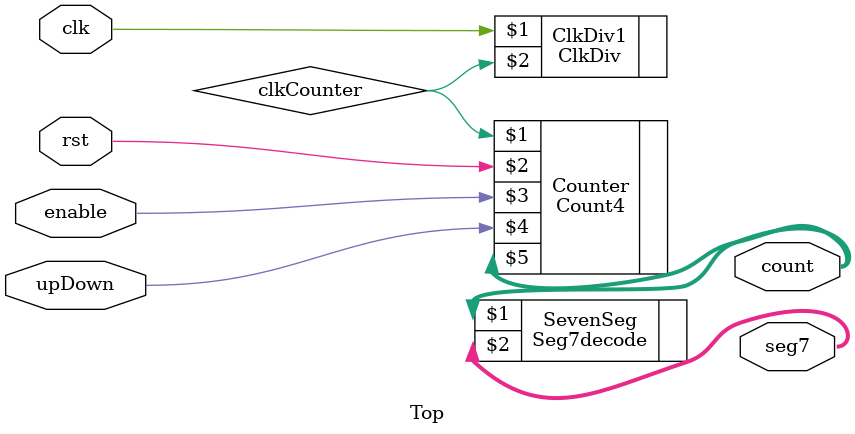
<source format=v>
module Top(clk, rst, enable, upDown, count, seg7);
// count[3:0] output included for convenience in debug and testbenches
    input clk, rst, enable, upDown;
    output [3:0] count;
    output [6:0] seg7;

   wire clkCounter;  // divided clock for Counter module

    // Add code here to instantiate and connect the three modules together structurally
    ClkDiv ClkDiv1(clk,clkCounter);
    Count4 Counter(clkCounter,rst,enable,upDown,count);
    Seg7decode SevenSeg(count, seg7);
endmodule
</source>
